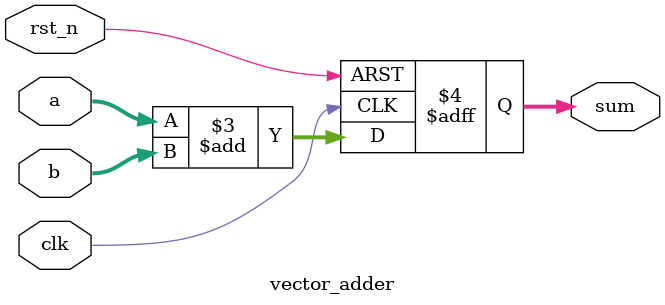
<source format=sv>

module sd2twos_pipeline #(parameter W = 8)(
    input                   clk,
    input                   rst_n,
    input  [W-1:0]          sd_in,
    output reg [W:0]        twos_out
);

    // Stage 1: Input Register
    reg [W-1:0]             sd_stage1;
    always @(posedge clk or negedge rst_n) begin
        if (!rst_n)
            sd_stage1 <= {W{1'b0}};
        else
            sd_stage1 <= sd_in;
    end

    // Stage 2: Extend sd and msb in parallel (registered outputs)
    wire [W:0]              sd_ext_stage2;
    wire [W:0]              msb_ext_stage2;

    sd_extender #(.W(W)) u_sd_extender (
        .clk(clk),
        .rst_n(rst_n),
        .sd_in(sd_stage1),
        .sd_ext(sd_ext_stage2)
    );

    msb_extender #(.W(W)) u_msb_extender (
        .clk(clk),
        .rst_n(rst_n),
        .msb_in(sd_stage1[W-1]),
        .msb_ext(msb_ext_stage2)
    );

    // Stage 3: Vector addition (registered output)
    wire [W:0]              sum_stage3;

    vector_adder #(.W(W)) u_vector_adder (
        .clk(clk),
        .rst_n(rst_n),
        .a(sd_ext_stage2),
        .b(msb_ext_stage2),
        .sum(sum_stage3)
    );

    // Stage 4: Output Register
    always @(posedge clk or negedge rst_n) begin
        if (!rst_n)
            twos_out <= {(W+1){1'b0}};
        else
            twos_out <= sum_stage3;
    end

endmodule

// Submodule: sd_extender
// Function: Pipeline stage to extend sd to W+1 bits, output registered
module sd_extender #(parameter W = 8)(
    input                   clk,
    input                   rst_n,
    input  [W-1:0]          sd_in,
    output reg [W:0]        sd_ext
);
    always @(posedge clk or negedge rst_n) begin
        if (!rst_n)
            sd_ext <= {(W+1){1'b0}};
        else
            sd_ext <= {1'b0, sd_in};
    end
endmodule

// Submodule: msb_extender
// Function: Pipeline stage to create MSB extension vector, output registered
module msb_extender #(parameter W = 8)(
    input                   clk,
    input                   rst_n,
    input                   msb_in,
    output reg [W:0]        msb_ext
);
    always @(posedge clk or negedge rst_n) begin
        if (!rst_n)
            msb_ext <= {(W+1){1'b0}};
        else
            msb_ext <= {msb_in, {W{1'b0}}};
    end
endmodule

// Submodule: vector_adder
// Function: Pipeline stage to add two W+1 bit vectors, output registered
module vector_adder #(parameter W = 8)(
    input                   clk,
    input                   rst_n,
    input  [W:0]            a,
    input  [W:0]            b,
    output reg [W:0]        sum
);
    always @(posedge clk or negedge rst_n) begin
        if (!rst_n)
            sum <= {(W+1){1'b0}};
        else
            sum <= a + b;
    end
endmodule
</source>
